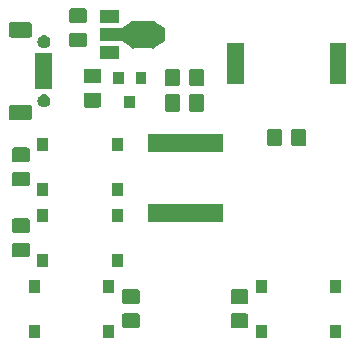
<source format=gbr>
G04 #@! TF.GenerationSoftware,KiCad,Pcbnew,5.1.4*
G04 #@! TF.CreationDate,2019-09-27T00:42:17+02:00*
G04 #@! TF.ProjectId,kroneum,6b726f6e-6575-46d2-9e6b-696361645f70,rev?*
G04 #@! TF.SameCoordinates,PX9527980PY7539c40*
G04 #@! TF.FileFunction,Soldermask,Top*
G04 #@! TF.FilePolarity,Negative*
%FSLAX46Y46*%
G04 Gerber Fmt 4.6, Leading zero omitted, Abs format (unit mm)*
G04 Created by KiCad (PCBNEW 5.1.4) date 2019-09-27 00:42:17*
%MOMM*%
%LPD*%
G04 APERTURE LIST*
%ADD10C,0.020000*%
G04 APERTURE END LIST*
D10*
G36*
X-1774000Y1469000D02*
G01*
X-2726000Y1469000D01*
X-2726000Y2571000D01*
X-1774000Y2571000D01*
X-1774000Y1469000D01*
X-1774000Y1469000D01*
G37*
G36*
X-8074000Y1469000D02*
G01*
X-9026000Y1469000D01*
X-9026000Y2571000D01*
X-8074000Y2571000D01*
X-8074000Y1469000D01*
X-8074000Y1469000D01*
G37*
G36*
X-20974000Y1469000D02*
G01*
X-21926000Y1469000D01*
X-21926000Y2571000D01*
X-20974000Y2571000D01*
X-20974000Y1469000D01*
X-20974000Y1469000D01*
G37*
G36*
X-27274000Y1469000D02*
G01*
X-28226000Y1469000D01*
X-28226000Y2571000D01*
X-27274000Y2571000D01*
X-27274000Y1469000D01*
X-27274000Y1469000D01*
G37*
G36*
X-19011326Y3516535D02*
G01*
X-18973633Y3505101D01*
X-18938897Y3486534D01*
X-18908452Y3461548D01*
X-18883466Y3431103D01*
X-18864899Y3396367D01*
X-18853465Y3358674D01*
X-18849000Y3313339D01*
X-18849000Y2476661D01*
X-18853465Y2431326D01*
X-18864899Y2393633D01*
X-18883466Y2358897D01*
X-18908452Y2328452D01*
X-18938897Y2303466D01*
X-18973633Y2284899D01*
X-19011326Y2273465D01*
X-19056661Y2269000D01*
X-20143339Y2269000D01*
X-20188674Y2273465D01*
X-20226367Y2284899D01*
X-20261103Y2303466D01*
X-20291548Y2328452D01*
X-20316534Y2358897D01*
X-20335101Y2393633D01*
X-20346535Y2431326D01*
X-20351000Y2476661D01*
X-20351000Y3313339D01*
X-20346535Y3358674D01*
X-20335101Y3396367D01*
X-20316534Y3431103D01*
X-20291548Y3461548D01*
X-20261103Y3486534D01*
X-20226367Y3505101D01*
X-20188674Y3516535D01*
X-20143339Y3521000D01*
X-19056661Y3521000D01*
X-19011326Y3516535D01*
X-19011326Y3516535D01*
G37*
G36*
X-9811326Y3516535D02*
G01*
X-9773633Y3505101D01*
X-9738897Y3486534D01*
X-9708452Y3461548D01*
X-9683466Y3431103D01*
X-9664899Y3396367D01*
X-9653465Y3358674D01*
X-9649000Y3313339D01*
X-9649000Y2476661D01*
X-9653465Y2431326D01*
X-9664899Y2393633D01*
X-9683466Y2358897D01*
X-9708452Y2328452D01*
X-9738897Y2303466D01*
X-9773633Y2284899D01*
X-9811326Y2273465D01*
X-9856661Y2269000D01*
X-10943339Y2269000D01*
X-10988674Y2273465D01*
X-11026367Y2284899D01*
X-11061103Y2303466D01*
X-11091548Y2328452D01*
X-11116534Y2358897D01*
X-11135101Y2393633D01*
X-11146535Y2431326D01*
X-11151000Y2476661D01*
X-11151000Y3313339D01*
X-11146535Y3358674D01*
X-11135101Y3396367D01*
X-11116534Y3431103D01*
X-11091548Y3461548D01*
X-11061103Y3486534D01*
X-11026367Y3505101D01*
X-10988674Y3516535D01*
X-10943339Y3521000D01*
X-9856661Y3521000D01*
X-9811326Y3516535D01*
X-9811326Y3516535D01*
G37*
G36*
X-19011326Y5566535D02*
G01*
X-18973633Y5555101D01*
X-18938897Y5536534D01*
X-18908452Y5511548D01*
X-18883466Y5481103D01*
X-18864899Y5446367D01*
X-18853465Y5408674D01*
X-18849000Y5363339D01*
X-18849000Y4526661D01*
X-18853465Y4481326D01*
X-18864899Y4443633D01*
X-18883466Y4408897D01*
X-18908452Y4378452D01*
X-18938897Y4353466D01*
X-18973633Y4334899D01*
X-19011326Y4323465D01*
X-19056661Y4319000D01*
X-20143339Y4319000D01*
X-20188674Y4323465D01*
X-20226367Y4334899D01*
X-20261103Y4353466D01*
X-20291548Y4378452D01*
X-20316534Y4408897D01*
X-20335101Y4443633D01*
X-20346535Y4481326D01*
X-20351000Y4526661D01*
X-20351000Y5363339D01*
X-20346535Y5408674D01*
X-20335101Y5446367D01*
X-20316534Y5481103D01*
X-20291548Y5511548D01*
X-20261103Y5536534D01*
X-20226367Y5555101D01*
X-20188674Y5566535D01*
X-20143339Y5571000D01*
X-19056661Y5571000D01*
X-19011326Y5566535D01*
X-19011326Y5566535D01*
G37*
G36*
X-9811326Y5566535D02*
G01*
X-9773633Y5555101D01*
X-9738897Y5536534D01*
X-9708452Y5511548D01*
X-9683466Y5481103D01*
X-9664899Y5446367D01*
X-9653465Y5408674D01*
X-9649000Y5363339D01*
X-9649000Y4526661D01*
X-9653465Y4481326D01*
X-9664899Y4443633D01*
X-9683466Y4408897D01*
X-9708452Y4378452D01*
X-9738897Y4353466D01*
X-9773633Y4334899D01*
X-9811326Y4323465D01*
X-9856661Y4319000D01*
X-10943339Y4319000D01*
X-10988674Y4323465D01*
X-11026367Y4334899D01*
X-11061103Y4353466D01*
X-11091548Y4378452D01*
X-11116534Y4408897D01*
X-11135101Y4443633D01*
X-11146535Y4481326D01*
X-11151000Y4526661D01*
X-11151000Y5363339D01*
X-11146535Y5408674D01*
X-11135101Y5446367D01*
X-11116534Y5481103D01*
X-11091548Y5511548D01*
X-11061103Y5536534D01*
X-11026367Y5555101D01*
X-10988674Y5566535D01*
X-10943339Y5571000D01*
X-9856661Y5571000D01*
X-9811326Y5566535D01*
X-9811326Y5566535D01*
G37*
G36*
X-27274000Y5269000D02*
G01*
X-28226000Y5269000D01*
X-28226000Y6371000D01*
X-27274000Y6371000D01*
X-27274000Y5269000D01*
X-27274000Y5269000D01*
G37*
G36*
X-20974000Y5269000D02*
G01*
X-21926000Y5269000D01*
X-21926000Y6371000D01*
X-20974000Y6371000D01*
X-20974000Y5269000D01*
X-20974000Y5269000D01*
G37*
G36*
X-8074000Y5269000D02*
G01*
X-9026000Y5269000D01*
X-9026000Y6371000D01*
X-8074000Y6371000D01*
X-8074000Y5269000D01*
X-8074000Y5269000D01*
G37*
G36*
X-1774000Y5269000D02*
G01*
X-2726000Y5269000D01*
X-2726000Y6371000D01*
X-1774000Y6371000D01*
X-1774000Y5269000D01*
X-1774000Y5269000D01*
G37*
G36*
X-20274000Y7469000D02*
G01*
X-21226000Y7469000D01*
X-21226000Y8571000D01*
X-20274000Y8571000D01*
X-20274000Y7469000D01*
X-20274000Y7469000D01*
G37*
G36*
X-26574000Y7469000D02*
G01*
X-27526000Y7469000D01*
X-27526000Y8571000D01*
X-26574000Y8571000D01*
X-26574000Y7469000D01*
X-26574000Y7469000D01*
G37*
G36*
X-28311326Y9516535D02*
G01*
X-28273633Y9505101D01*
X-28238897Y9486534D01*
X-28208452Y9461548D01*
X-28183466Y9431103D01*
X-28164899Y9396367D01*
X-28153465Y9358674D01*
X-28149000Y9313339D01*
X-28149000Y8476661D01*
X-28153465Y8431326D01*
X-28164899Y8393633D01*
X-28183466Y8358897D01*
X-28208452Y8328452D01*
X-28238897Y8303466D01*
X-28273633Y8284899D01*
X-28311326Y8273465D01*
X-28356661Y8269000D01*
X-29443339Y8269000D01*
X-29488674Y8273465D01*
X-29526367Y8284899D01*
X-29561103Y8303466D01*
X-29591548Y8328452D01*
X-29616534Y8358897D01*
X-29635101Y8393633D01*
X-29646535Y8431326D01*
X-29651000Y8476661D01*
X-29651000Y9313339D01*
X-29646535Y9358674D01*
X-29635101Y9396367D01*
X-29616534Y9431103D01*
X-29591548Y9461548D01*
X-29561103Y9486534D01*
X-29526367Y9505101D01*
X-29488674Y9516535D01*
X-29443339Y9521000D01*
X-28356661Y9521000D01*
X-28311326Y9516535D01*
X-28311326Y9516535D01*
G37*
G36*
X-28311326Y11566535D02*
G01*
X-28273633Y11555101D01*
X-28238897Y11536534D01*
X-28208452Y11511548D01*
X-28183466Y11481103D01*
X-28164899Y11446367D01*
X-28153465Y11408674D01*
X-28149000Y11363339D01*
X-28149000Y10526661D01*
X-28153465Y10481326D01*
X-28164899Y10443633D01*
X-28183466Y10408897D01*
X-28208452Y10378452D01*
X-28238897Y10353466D01*
X-28273633Y10334899D01*
X-28311326Y10323465D01*
X-28356661Y10319000D01*
X-29443339Y10319000D01*
X-29488674Y10323465D01*
X-29526367Y10334899D01*
X-29561103Y10353466D01*
X-29591548Y10378452D01*
X-29616534Y10408897D01*
X-29635101Y10443633D01*
X-29646535Y10481326D01*
X-29651000Y10526661D01*
X-29651000Y11363339D01*
X-29646535Y11408674D01*
X-29635101Y11446367D01*
X-29616534Y11481103D01*
X-29591548Y11511548D01*
X-29561103Y11536534D01*
X-29526367Y11555101D01*
X-29488674Y11566535D01*
X-29443339Y11571000D01*
X-28356661Y11571000D01*
X-28311326Y11566535D01*
X-28311326Y11566535D01*
G37*
G36*
X-11824000Y11244000D02*
G01*
X-18176000Y11244000D01*
X-18176000Y12796000D01*
X-11824000Y12796000D01*
X-11824000Y11244000D01*
X-11824000Y11244000D01*
G37*
G36*
X-20274000Y11269000D02*
G01*
X-21226000Y11269000D01*
X-21226000Y12371000D01*
X-20274000Y12371000D01*
X-20274000Y11269000D01*
X-20274000Y11269000D01*
G37*
G36*
X-26574000Y11269000D02*
G01*
X-27526000Y11269000D01*
X-27526000Y12371000D01*
X-26574000Y12371000D01*
X-26574000Y11269000D01*
X-26574000Y11269000D01*
G37*
G36*
X-26574000Y13469000D02*
G01*
X-27526000Y13469000D01*
X-27526000Y14571000D01*
X-26574000Y14571000D01*
X-26574000Y13469000D01*
X-26574000Y13469000D01*
G37*
G36*
X-20274000Y13469000D02*
G01*
X-21226000Y13469000D01*
X-21226000Y14571000D01*
X-20274000Y14571000D01*
X-20274000Y13469000D01*
X-20274000Y13469000D01*
G37*
G36*
X-28311326Y15516535D02*
G01*
X-28273633Y15505101D01*
X-28238897Y15486534D01*
X-28208452Y15461548D01*
X-28183466Y15431103D01*
X-28164899Y15396367D01*
X-28153465Y15358674D01*
X-28149000Y15313339D01*
X-28149000Y14476661D01*
X-28153465Y14431326D01*
X-28164899Y14393633D01*
X-28183466Y14358897D01*
X-28208452Y14328452D01*
X-28238897Y14303466D01*
X-28273633Y14284899D01*
X-28311326Y14273465D01*
X-28356661Y14269000D01*
X-29443339Y14269000D01*
X-29488674Y14273465D01*
X-29526367Y14284899D01*
X-29561103Y14303466D01*
X-29591548Y14328452D01*
X-29616534Y14358897D01*
X-29635101Y14393633D01*
X-29646535Y14431326D01*
X-29651000Y14476661D01*
X-29651000Y15313339D01*
X-29646535Y15358674D01*
X-29635101Y15396367D01*
X-29616534Y15431103D01*
X-29591548Y15461548D01*
X-29561103Y15486534D01*
X-29526367Y15505101D01*
X-29488674Y15516535D01*
X-29443339Y15521000D01*
X-28356661Y15521000D01*
X-28311326Y15516535D01*
X-28311326Y15516535D01*
G37*
G36*
X-28311326Y17566535D02*
G01*
X-28273633Y17555101D01*
X-28238897Y17536534D01*
X-28208452Y17511548D01*
X-28183466Y17481103D01*
X-28164899Y17446367D01*
X-28153465Y17408674D01*
X-28149000Y17363339D01*
X-28149000Y16526661D01*
X-28153465Y16481326D01*
X-28164899Y16443633D01*
X-28183466Y16408897D01*
X-28208452Y16378452D01*
X-28238897Y16353466D01*
X-28273633Y16334899D01*
X-28311326Y16323465D01*
X-28356661Y16319000D01*
X-29443339Y16319000D01*
X-29488674Y16323465D01*
X-29526367Y16334899D01*
X-29561103Y16353466D01*
X-29591548Y16378452D01*
X-29616534Y16408897D01*
X-29635101Y16443633D01*
X-29646535Y16481326D01*
X-29651000Y16526661D01*
X-29651000Y17363339D01*
X-29646535Y17408674D01*
X-29635101Y17446367D01*
X-29616534Y17481103D01*
X-29591548Y17511548D01*
X-29561103Y17536534D01*
X-29526367Y17555101D01*
X-29488674Y17566535D01*
X-29443339Y17571000D01*
X-28356661Y17571000D01*
X-28311326Y17566535D01*
X-28311326Y17566535D01*
G37*
G36*
X-11824000Y17144000D02*
G01*
X-18176000Y17144000D01*
X-18176000Y18696000D01*
X-11824000Y18696000D01*
X-11824000Y17144000D01*
X-11824000Y17144000D01*
G37*
G36*
X-26574000Y17269000D02*
G01*
X-27526000Y17269000D01*
X-27526000Y18371000D01*
X-26574000Y18371000D01*
X-26574000Y17269000D01*
X-26574000Y17269000D01*
G37*
G36*
X-20274000Y17269000D02*
G01*
X-21226000Y17269000D01*
X-21226000Y18371000D01*
X-20274000Y18371000D01*
X-20274000Y17269000D01*
X-20274000Y17269000D01*
G37*
G36*
X-6961326Y19166535D02*
G01*
X-6923633Y19155101D01*
X-6888897Y19136534D01*
X-6858452Y19111548D01*
X-6833466Y19081103D01*
X-6814899Y19046367D01*
X-6803465Y19008674D01*
X-6799000Y18963339D01*
X-6799000Y17876661D01*
X-6803465Y17831326D01*
X-6814899Y17793633D01*
X-6833466Y17758897D01*
X-6858452Y17728452D01*
X-6888897Y17703466D01*
X-6923633Y17684899D01*
X-6961326Y17673465D01*
X-7006661Y17669000D01*
X-7843339Y17669000D01*
X-7888674Y17673465D01*
X-7926367Y17684899D01*
X-7961103Y17703466D01*
X-7991548Y17728452D01*
X-8016534Y17758897D01*
X-8035101Y17793633D01*
X-8046535Y17831326D01*
X-8051000Y17876661D01*
X-8051000Y18963339D01*
X-8046535Y19008674D01*
X-8035101Y19046367D01*
X-8016534Y19081103D01*
X-7991548Y19111548D01*
X-7961103Y19136534D01*
X-7926367Y19155101D01*
X-7888674Y19166535D01*
X-7843339Y19171000D01*
X-7006661Y19171000D01*
X-6961326Y19166535D01*
X-6961326Y19166535D01*
G37*
G36*
X-4911326Y19166535D02*
G01*
X-4873633Y19155101D01*
X-4838897Y19136534D01*
X-4808452Y19111548D01*
X-4783466Y19081103D01*
X-4764899Y19046367D01*
X-4753465Y19008674D01*
X-4749000Y18963339D01*
X-4749000Y17876661D01*
X-4753465Y17831326D01*
X-4764899Y17793633D01*
X-4783466Y17758897D01*
X-4808452Y17728452D01*
X-4838897Y17703466D01*
X-4873633Y17684899D01*
X-4911326Y17673465D01*
X-4956661Y17669000D01*
X-5793339Y17669000D01*
X-5838674Y17673465D01*
X-5876367Y17684899D01*
X-5911103Y17703466D01*
X-5941548Y17728452D01*
X-5966534Y17758897D01*
X-5985101Y17793633D01*
X-5996535Y17831326D01*
X-6001000Y17876661D01*
X-6001000Y18963339D01*
X-5996535Y19008674D01*
X-5985101Y19046367D01*
X-5966534Y19081103D01*
X-5941548Y19111548D01*
X-5911103Y19136534D01*
X-5876367Y19155101D01*
X-5838674Y19166535D01*
X-5793339Y19171000D01*
X-4956661Y19171000D01*
X-4911326Y19166535D01*
X-4911326Y19166535D01*
G37*
G36*
X-28150808Y21175354D02*
G01*
X-28101586Y21160422D01*
X-28056222Y21136174D01*
X-28016458Y21103542D01*
X-27983826Y21063778D01*
X-27959578Y21018414D01*
X-27944646Y20969192D01*
X-27939000Y20911860D01*
X-27939000Y20148140D01*
X-27944646Y20090808D01*
X-27959578Y20041586D01*
X-27983826Y19996222D01*
X-28016458Y19956458D01*
X-28056222Y19923826D01*
X-28101586Y19899578D01*
X-28150808Y19884646D01*
X-28208140Y19879000D01*
X-29671860Y19879000D01*
X-29729192Y19884646D01*
X-29778414Y19899578D01*
X-29823778Y19923826D01*
X-29863542Y19956458D01*
X-29896174Y19996222D01*
X-29920422Y20041586D01*
X-29935354Y20090808D01*
X-29941000Y20148140D01*
X-29941000Y20911860D01*
X-29935354Y20969192D01*
X-29920422Y21018414D01*
X-29896174Y21063778D01*
X-29863542Y21103542D01*
X-29823778Y21136174D01*
X-29778414Y21160422D01*
X-29729192Y21175354D01*
X-29671860Y21181000D01*
X-28208140Y21181000D01*
X-28150808Y21175354D01*
X-28150808Y21175354D01*
G37*
G36*
X-13551326Y22090315D02*
G01*
X-13513633Y22078881D01*
X-13478897Y22060314D01*
X-13448452Y22035328D01*
X-13423466Y22004883D01*
X-13404899Y21970147D01*
X-13393465Y21932454D01*
X-13389000Y21887119D01*
X-13389000Y20800441D01*
X-13393465Y20755106D01*
X-13404899Y20717413D01*
X-13423466Y20682677D01*
X-13448452Y20652232D01*
X-13478897Y20627246D01*
X-13513633Y20608679D01*
X-13551326Y20597245D01*
X-13596661Y20592780D01*
X-14433339Y20592780D01*
X-14478674Y20597245D01*
X-14516367Y20608679D01*
X-14551103Y20627246D01*
X-14581548Y20652232D01*
X-14606534Y20682677D01*
X-14625101Y20717413D01*
X-14636535Y20755106D01*
X-14641000Y20800441D01*
X-14641000Y21887119D01*
X-14636535Y21932454D01*
X-14625101Y21970147D01*
X-14606534Y22004883D01*
X-14581548Y22035328D01*
X-14551103Y22060314D01*
X-14516367Y22078881D01*
X-14478674Y22090315D01*
X-14433339Y22094780D01*
X-13596661Y22094780D01*
X-13551326Y22090315D01*
X-13551326Y22090315D01*
G37*
G36*
X-15601326Y22090315D02*
G01*
X-15563633Y22078881D01*
X-15528897Y22060314D01*
X-15498452Y22035328D01*
X-15473466Y22004883D01*
X-15454899Y21970147D01*
X-15443465Y21932454D01*
X-15439000Y21887119D01*
X-15439000Y20800441D01*
X-15443465Y20755106D01*
X-15454899Y20717413D01*
X-15473466Y20682677D01*
X-15498452Y20652232D01*
X-15528897Y20627246D01*
X-15563633Y20608679D01*
X-15601326Y20597245D01*
X-15646661Y20592780D01*
X-16483339Y20592780D01*
X-16528674Y20597245D01*
X-16566367Y20608679D01*
X-16601103Y20627246D01*
X-16631548Y20652232D01*
X-16656534Y20682677D01*
X-16675101Y20717413D01*
X-16686535Y20755106D01*
X-16691000Y20800441D01*
X-16691000Y21887119D01*
X-16686535Y21932454D01*
X-16675101Y21970147D01*
X-16656534Y22004883D01*
X-16631548Y22035328D01*
X-16601103Y22060314D01*
X-16566367Y22078881D01*
X-16528674Y22090315D01*
X-16483339Y22094780D01*
X-15646661Y22094780D01*
X-15601326Y22090315D01*
X-15601326Y22090315D01*
G37*
G36*
X-19230640Y20920320D02*
G01*
X-20132640Y20920320D01*
X-20132640Y21922320D01*
X-19230640Y21922320D01*
X-19230640Y20920320D01*
X-19230640Y20920320D01*
G37*
G36*
X-22252726Y22200735D02*
G01*
X-22215033Y22189301D01*
X-22180297Y22170734D01*
X-22149852Y22145748D01*
X-22124866Y22115303D01*
X-22106299Y22080567D01*
X-22094865Y22042874D01*
X-22090400Y21997539D01*
X-22090400Y21160861D01*
X-22094865Y21115526D01*
X-22106299Y21077833D01*
X-22124866Y21043097D01*
X-22149852Y21012652D01*
X-22180297Y20987666D01*
X-22215033Y20969099D01*
X-22252726Y20957665D01*
X-22298061Y20953200D01*
X-23384739Y20953200D01*
X-23430074Y20957665D01*
X-23467767Y20969099D01*
X-23502503Y20987666D01*
X-23532948Y21012652D01*
X-23557934Y21043097D01*
X-23576501Y21077833D01*
X-23587935Y21115526D01*
X-23592400Y21160861D01*
X-23592400Y21997539D01*
X-23587935Y22042874D01*
X-23576501Y22080567D01*
X-23557934Y22115303D01*
X-23532948Y22145748D01*
X-23502503Y22170734D01*
X-23467767Y22189301D01*
X-23430074Y22200735D01*
X-23384739Y22205200D01*
X-22298061Y22205200D01*
X-22252726Y22200735D01*
X-22252726Y22200735D01*
G37*
G36*
X-26791779Y22059826D02*
G01*
X-26691505Y22018291D01*
X-26671439Y22004883D01*
X-26601258Y21957990D01*
X-26524510Y21881242D01*
X-26494155Y21835812D01*
X-26464209Y21790995D01*
X-26422674Y21690721D01*
X-26401500Y21584270D01*
X-26401500Y21475730D01*
X-26422674Y21369279D01*
X-26464209Y21269005D01*
X-26464210Y21269004D01*
X-26524510Y21178758D01*
X-26601258Y21102010D01*
X-26625723Y21085663D01*
X-26691505Y21041709D01*
X-26791779Y21000174D01*
X-26898230Y20979000D01*
X-27006770Y20979000D01*
X-27113221Y21000174D01*
X-27213495Y21041709D01*
X-27279277Y21085663D01*
X-27303742Y21102010D01*
X-27380490Y21178758D01*
X-27440790Y21269004D01*
X-27440791Y21269005D01*
X-27482326Y21369279D01*
X-27503500Y21475730D01*
X-27503500Y21584270D01*
X-27482326Y21690721D01*
X-27440791Y21790995D01*
X-27410845Y21835812D01*
X-27380490Y21881242D01*
X-27303742Y21957990D01*
X-27233561Y22004883D01*
X-27213495Y22018291D01*
X-27113221Y22059826D01*
X-27006770Y22081000D01*
X-26898230Y22081000D01*
X-26791779Y22059826D01*
X-26791779Y22059826D01*
G37*
G36*
X-26226500Y22479000D02*
G01*
X-27678500Y22479000D01*
X-27678500Y25581000D01*
X-26226500Y25581000D01*
X-26226500Y22479000D01*
X-26226500Y22479000D01*
G37*
G36*
X-13551326Y24240315D02*
G01*
X-13513633Y24228881D01*
X-13478897Y24210314D01*
X-13448452Y24185328D01*
X-13423466Y24154883D01*
X-13404899Y24120147D01*
X-13393465Y24082454D01*
X-13389000Y24037119D01*
X-13389000Y22950441D01*
X-13393465Y22905106D01*
X-13404899Y22867413D01*
X-13423466Y22832677D01*
X-13448452Y22802232D01*
X-13478897Y22777246D01*
X-13513633Y22758679D01*
X-13551326Y22747245D01*
X-13596661Y22742780D01*
X-14433339Y22742780D01*
X-14478674Y22747245D01*
X-14516367Y22758679D01*
X-14551103Y22777246D01*
X-14581548Y22802232D01*
X-14606534Y22832677D01*
X-14625101Y22867413D01*
X-14636535Y22905106D01*
X-14641000Y22950441D01*
X-14641000Y24037119D01*
X-14636535Y24082454D01*
X-14625101Y24120147D01*
X-14606534Y24154883D01*
X-14581548Y24185328D01*
X-14551103Y24210314D01*
X-14516367Y24228881D01*
X-14478674Y24240315D01*
X-14433339Y24244780D01*
X-13596661Y24244780D01*
X-13551326Y24240315D01*
X-13551326Y24240315D01*
G37*
G36*
X-15601326Y24240315D02*
G01*
X-15563633Y24228881D01*
X-15528897Y24210314D01*
X-15498452Y24185328D01*
X-15473466Y24154883D01*
X-15454899Y24120147D01*
X-15443465Y24082454D01*
X-15439000Y24037119D01*
X-15439000Y22950441D01*
X-15443465Y22905106D01*
X-15454899Y22867413D01*
X-15473466Y22832677D01*
X-15498452Y22802232D01*
X-15528897Y22777246D01*
X-15563633Y22758679D01*
X-15601326Y22747245D01*
X-15646661Y22742780D01*
X-16483339Y22742780D01*
X-16528674Y22747245D01*
X-16566367Y22758679D01*
X-16601103Y22777246D01*
X-16631548Y22802232D01*
X-16656534Y22832677D01*
X-16675101Y22867413D01*
X-16686535Y22905106D01*
X-16691000Y22950441D01*
X-16691000Y24037119D01*
X-16686535Y24082454D01*
X-16675101Y24120147D01*
X-16656534Y24154883D01*
X-16631548Y24185328D01*
X-16601103Y24210314D01*
X-16566367Y24228881D01*
X-16528674Y24240315D01*
X-16483339Y24244780D01*
X-15646661Y24244780D01*
X-15601326Y24240315D01*
X-15601326Y24240315D01*
G37*
G36*
X-10049000Y22919000D02*
G01*
X-11451000Y22919000D01*
X-11451000Y26421000D01*
X-10049000Y26421000D01*
X-10049000Y22919000D01*
X-10049000Y22919000D01*
G37*
G36*
X-1349000Y22919000D02*
G01*
X-2751000Y22919000D01*
X-2751000Y26421000D01*
X-1349000Y26421000D01*
X-1349000Y22919000D01*
X-1349000Y22919000D01*
G37*
G36*
X-18280640Y22920320D02*
G01*
X-19182640Y22920320D01*
X-19182640Y23922320D01*
X-18280640Y23922320D01*
X-18280640Y22920320D01*
X-18280640Y22920320D01*
G37*
G36*
X-20180640Y22920320D02*
G01*
X-21082640Y22920320D01*
X-21082640Y23922320D01*
X-20180640Y23922320D01*
X-20180640Y22920320D01*
X-20180640Y22920320D01*
G37*
G36*
X-22252726Y24250735D02*
G01*
X-22215033Y24239301D01*
X-22180297Y24220734D01*
X-22149852Y24195748D01*
X-22124866Y24165303D01*
X-22106299Y24130567D01*
X-22094865Y24092874D01*
X-22090400Y24047539D01*
X-22090400Y23210861D01*
X-22094865Y23165526D01*
X-22106299Y23127833D01*
X-22124866Y23093097D01*
X-22149852Y23062652D01*
X-22180297Y23037666D01*
X-22215033Y23019099D01*
X-22252726Y23007665D01*
X-22298061Y23003200D01*
X-23384739Y23003200D01*
X-23430074Y23007665D01*
X-23467767Y23019099D01*
X-23502503Y23037666D01*
X-23532948Y23062652D01*
X-23557934Y23093097D01*
X-23576501Y23127833D01*
X-23587935Y23165526D01*
X-23592400Y23210861D01*
X-23592400Y24047539D01*
X-23587935Y24092874D01*
X-23576501Y24130567D01*
X-23557934Y24165303D01*
X-23532948Y24195748D01*
X-23502503Y24220734D01*
X-23467767Y24239301D01*
X-23430074Y24250735D01*
X-23384739Y24255200D01*
X-22298061Y24255200D01*
X-22252726Y24250735D01*
X-22252726Y24250735D01*
G37*
G36*
X-20559000Y25069000D02*
G01*
X-22161000Y25069000D01*
X-22161000Y26171000D01*
X-20559000Y26171000D01*
X-20559000Y25069000D01*
X-20559000Y25069000D01*
G37*
G36*
X-17654224Y28293879D02*
G01*
X-17632916Y28281778D01*
X-17609657Y28274067D01*
X-17582139Y28271000D01*
X-17570765Y28271000D01*
X-17565985Y28255243D01*
X-17554434Y28233632D01*
X-17538889Y28214690D01*
X-17522586Y28200958D01*
X-16737000Y27646426D01*
X-16737000Y26593574D01*
X-17522586Y26039042D01*
X-17541123Y26023017D01*
X-17556178Y26003683D01*
X-17567172Y25981784D01*
X-17570695Y25969000D01*
X-17582139Y25969000D01*
X-17606525Y25966598D01*
X-17629974Y25959485D01*
X-17654224Y25946121D01*
X-17707449Y25908550D01*
X-17710066Y25913447D01*
X-17725611Y25932389D01*
X-17744553Y25947934D01*
X-17766164Y25959485D01*
X-17789613Y25966598D01*
X-17813999Y25969000D01*
X-19280201Y25969000D01*
X-19304587Y25966598D01*
X-19328036Y25959485D01*
X-19349647Y25947934D01*
X-19368589Y25932389D01*
X-19384134Y25913447D01*
X-19386525Y25908974D01*
X-19439996Y25946404D01*
X-19461351Y25958421D01*
X-19484640Y25966041D01*
X-19511678Y25969000D01*
X-19522644Y25969000D01*
X-19527015Y25983410D01*
X-19538566Y26005021D01*
X-19554111Y26023963D01*
X-19570817Y26037978D01*
X-20297140Y26546404D01*
X-20318495Y26558421D01*
X-20341784Y26566041D01*
X-20368822Y26569000D01*
X-22164500Y26569000D01*
X-22164500Y27671000D01*
X-20368822Y27671000D01*
X-20344436Y27673402D01*
X-20320987Y27680515D01*
X-20297140Y27693596D01*
X-19570817Y28202022D01*
X-19552216Y28217974D01*
X-19537085Y28237248D01*
X-19526005Y28259104D01*
X-19522676Y28271000D01*
X-19511678Y28271000D01*
X-19487292Y28273402D01*
X-19463843Y28280515D01*
X-19439996Y28293596D01*
X-19386525Y28331026D01*
X-19384134Y28326553D01*
X-19368589Y28307611D01*
X-19349647Y28292066D01*
X-19328036Y28280515D01*
X-19304587Y28273402D01*
X-19280201Y28271000D01*
X-17813999Y28271000D01*
X-17789613Y28273402D01*
X-17766164Y28280515D01*
X-17744553Y28292066D01*
X-17725611Y28307611D01*
X-17710066Y28326553D01*
X-17707449Y28331450D01*
X-17654224Y28293879D01*
X-17654224Y28293879D01*
G37*
G36*
X-26791779Y27059826D02*
G01*
X-26691505Y27018291D01*
X-26691504Y27018290D01*
X-26601258Y26957990D01*
X-26524510Y26881242D01*
X-26524509Y26881240D01*
X-26464209Y26790995D01*
X-26422674Y26690721D01*
X-26401500Y26584270D01*
X-26401500Y26475730D01*
X-26422674Y26369279D01*
X-26464209Y26269005D01*
X-26472457Y26256661D01*
X-26524510Y26178758D01*
X-26601258Y26102010D01*
X-26629011Y26083466D01*
X-26691505Y26041709D01*
X-26791779Y26000174D01*
X-26898230Y25979000D01*
X-27006770Y25979000D01*
X-27113221Y26000174D01*
X-27213495Y26041709D01*
X-27275989Y26083466D01*
X-27303742Y26102010D01*
X-27380490Y26178758D01*
X-27432543Y26256661D01*
X-27440791Y26269005D01*
X-27482326Y26369279D01*
X-27503500Y26475730D01*
X-27503500Y26584270D01*
X-27482326Y26690721D01*
X-27440791Y26790995D01*
X-27380491Y26881240D01*
X-27380490Y26881242D01*
X-27303742Y26957990D01*
X-27213496Y27018290D01*
X-27213495Y27018291D01*
X-27113221Y27059826D01*
X-27006770Y27081000D01*
X-26898230Y27081000D01*
X-26791779Y27059826D01*
X-26791779Y27059826D01*
G37*
G36*
X-23471326Y27296535D02*
G01*
X-23433633Y27285101D01*
X-23398897Y27266534D01*
X-23368452Y27241548D01*
X-23343466Y27211103D01*
X-23324899Y27176367D01*
X-23313465Y27138674D01*
X-23309000Y27093339D01*
X-23309000Y26256661D01*
X-23313465Y26211326D01*
X-23324899Y26173633D01*
X-23343466Y26138897D01*
X-23368452Y26108452D01*
X-23398897Y26083466D01*
X-23433633Y26064899D01*
X-23471326Y26053465D01*
X-23516661Y26049000D01*
X-24603339Y26049000D01*
X-24648674Y26053465D01*
X-24686367Y26064899D01*
X-24721103Y26083466D01*
X-24751548Y26108452D01*
X-24776534Y26138897D01*
X-24795101Y26173633D01*
X-24806535Y26211326D01*
X-24811000Y26256661D01*
X-24811000Y27093339D01*
X-24806535Y27138674D01*
X-24795101Y27176367D01*
X-24776534Y27211103D01*
X-24751548Y27241548D01*
X-24721103Y27266534D01*
X-24686367Y27285101D01*
X-24648674Y27296535D01*
X-24603339Y27301000D01*
X-23516661Y27301000D01*
X-23471326Y27296535D01*
X-23471326Y27296535D01*
G37*
G36*
X-28150808Y28175354D02*
G01*
X-28101586Y28160422D01*
X-28056222Y28136174D01*
X-28016458Y28103542D01*
X-27983826Y28063778D01*
X-27959578Y28018414D01*
X-27944646Y27969192D01*
X-27939000Y27911860D01*
X-27939000Y27148140D01*
X-27944646Y27090808D01*
X-27959578Y27041586D01*
X-27983826Y26996222D01*
X-28016458Y26956458D01*
X-28056222Y26923826D01*
X-28101586Y26899578D01*
X-28150808Y26884646D01*
X-28208140Y26879000D01*
X-29671860Y26879000D01*
X-29729192Y26884646D01*
X-29778414Y26899578D01*
X-29823778Y26923826D01*
X-29863542Y26956458D01*
X-29896174Y26996222D01*
X-29920422Y27041586D01*
X-29935354Y27090808D01*
X-29941000Y27148140D01*
X-29941000Y27911860D01*
X-29935354Y27969192D01*
X-29920422Y28018414D01*
X-29896174Y28063778D01*
X-29863542Y28103542D01*
X-29823778Y28136174D01*
X-29778414Y28160422D01*
X-29729192Y28175354D01*
X-29671860Y28181000D01*
X-28208140Y28181000D01*
X-28150808Y28175354D01*
X-28150808Y28175354D01*
G37*
G36*
X-20559000Y28069000D02*
G01*
X-22161000Y28069000D01*
X-22161000Y29171000D01*
X-20559000Y29171000D01*
X-20559000Y28069000D01*
X-20559000Y28069000D01*
G37*
G36*
X-23471326Y29346535D02*
G01*
X-23433633Y29335101D01*
X-23398897Y29316534D01*
X-23368452Y29291548D01*
X-23343466Y29261103D01*
X-23324899Y29226367D01*
X-23313465Y29188674D01*
X-23309000Y29143339D01*
X-23309000Y28306661D01*
X-23313465Y28261326D01*
X-23324899Y28223633D01*
X-23343466Y28188897D01*
X-23368452Y28158452D01*
X-23398897Y28133466D01*
X-23433633Y28114899D01*
X-23471326Y28103465D01*
X-23516661Y28099000D01*
X-24603339Y28099000D01*
X-24648674Y28103465D01*
X-24686367Y28114899D01*
X-24721103Y28133466D01*
X-24751548Y28158452D01*
X-24776534Y28188897D01*
X-24795101Y28223633D01*
X-24806535Y28261326D01*
X-24811000Y28306661D01*
X-24811000Y29143339D01*
X-24806535Y29188674D01*
X-24795101Y29226367D01*
X-24776534Y29261103D01*
X-24751548Y29291548D01*
X-24721103Y29316534D01*
X-24686367Y29335101D01*
X-24648674Y29346535D01*
X-24603339Y29351000D01*
X-23516661Y29351000D01*
X-23471326Y29346535D01*
X-23471326Y29346535D01*
G37*
M02*

</source>
